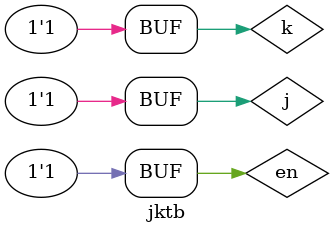
<source format=v>
module jktb;
reg j,k,en;
wire q,qb;
jken uut(.j(j),.k(k),.en(en),.q(q),.qb(qb));
initial begin
$dumpfile("jk.vcd");
$dumpvars;
$monitor($time,"j=%b,k=%b,en=%b,q=%b,qb=%b",j,k,en,q,qb);
j=0;k=0;
#5 j=0; k=0; en=0;
#15 j=0; k=1; en=0;
#25 j=1; k=0; en=0;
#35 j=1; k=1; en=0;
#45 j=1; k=1; en=1;
end
endmodule

</source>
